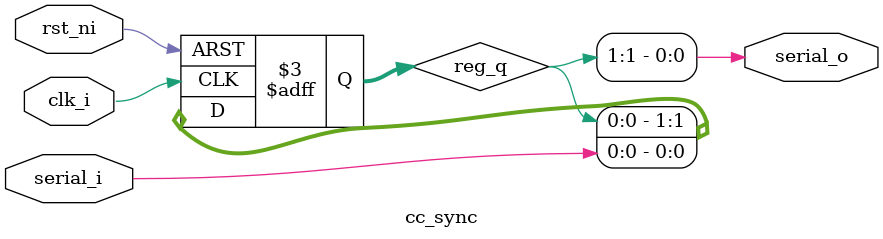
<source format=sv>


(* no_ungroup *)
(* no_boundary_optimization *)
module cc_sync #(
  parameter int unsigned STAGES = 2
) (
  input  logic clk_i,
  input  logic rst_ni,
  input  logic serial_i,
  output logic serial_o
);

  logic [STAGES-1:0] reg_q;

  always_ff @(posedge clk_i, negedge rst_ni) begin
    if (!rst_ni) begin
      reg_q <= 'h0;
    end else begin
      reg_q <= {reg_q[STAGES-2:0], serial_i};
    end
  end

  assign serial_o = reg_q[STAGES-1];

endmodule

</source>
